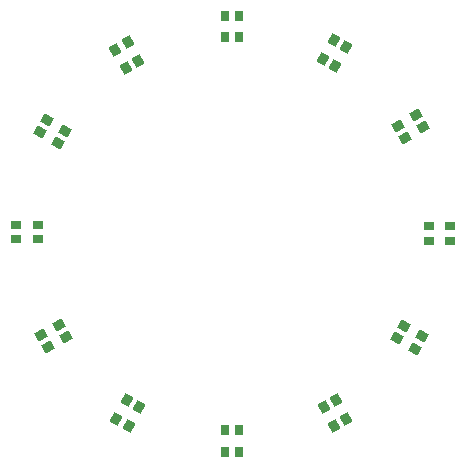
<source format=gtp>
G04*
G04 #@! TF.GenerationSoftware,Altium Limited,Altium Designer,18.1.9 (240)*
G04*
G04 Layer_Color=8421504*
%FSLAX25Y25*%
%MOIN*%
G70*
G01*
G75*
G04:AMPARAMS|DCode=13|XSize=35.43mil|YSize=31.5mil|CornerRadius=0mil|HoleSize=0mil|Usage=FLASHONLY|Rotation=60.000|XOffset=0mil|YOffset=0mil|HoleType=Round|Shape=Rectangle|*
%AMROTATEDRECTD13*
4,1,4,0.00478,-0.02322,-0.02250,-0.00747,-0.00478,0.02322,0.02250,0.00747,0.00478,-0.02322,0.0*
%
%ADD13ROTATEDRECTD13*%

%ADD14R,0.03543X0.03150*%
G04:AMPARAMS|DCode=15|XSize=35.43mil|YSize=31.5mil|CornerRadius=0mil|HoleSize=0mil|Usage=FLASHONLY|Rotation=330.000|XOffset=0mil|YOffset=0mil|HoleType=Round|Shape=Rectangle|*
%AMROTATEDRECTD15*
4,1,4,-0.02322,-0.00478,-0.00747,0.02250,0.02322,0.00478,0.00747,-0.02250,-0.02322,-0.00478,0.0*
%
%ADD15ROTATEDRECTD15*%

%ADD16R,0.03150X0.03543*%
G04:AMPARAMS|DCode=17|XSize=35.43mil|YSize=31.5mil|CornerRadius=0mil|HoleSize=0mil|Usage=FLASHONLY|Rotation=30.000|XOffset=0mil|YOffset=0mil|HoleType=Round|Shape=Rectangle|*
%AMROTATEDRECTD17*
4,1,4,-0.00747,-0.02250,-0.02322,0.00478,0.00747,0.02250,0.02322,-0.00478,-0.00747,-0.02250,0.0*
%
%ADD17ROTATEDRECTD17*%

G04:AMPARAMS|DCode=18|XSize=35.43mil|YSize=31.5mil|CornerRadius=0mil|HoleSize=0mil|Usage=FLASHONLY|Rotation=300.000|XOffset=0mil|YOffset=0mil|HoleType=Round|Shape=Rectangle|*
%AMROTATEDRECTD18*
4,1,4,-0.02250,0.00747,0.00478,0.02322,0.02250,-0.00747,-0.00478,-0.02322,-0.02250,0.00747,0.0*
%
%ADD18ROTATEDRECTD18*%

D13*
X138126Y263150D02*
D03*
X134583Y257013D02*
D03*
X142217Y260788D02*
D03*
X138674Y254650D02*
D03*
X69774Y134650D02*
D03*
X73317Y140787D02*
D03*
X65683Y137013D02*
D03*
X69226Y143150D02*
D03*
D14*
X176943Y201162D02*
D03*
X169857D02*
D03*
X176943Y196438D02*
D03*
X169857D02*
D03*
X32413Y196800D02*
D03*
X39500D02*
D03*
X32413Y201524D02*
D03*
X39500D02*
D03*
D15*
X167750Y164474D02*
D03*
X161612Y168017D02*
D03*
X165387Y160383D02*
D03*
X159250Y163926D02*
D03*
X40250Y232526D02*
D03*
X46387Y228983D02*
D03*
X42612Y236617D02*
D03*
X48750Y233074D02*
D03*
D16*
X106724Y126100D02*
D03*
Y133187D02*
D03*
X102000Y126100D02*
D03*
Y133187D02*
D03*
X102038Y271343D02*
D03*
Y264257D02*
D03*
X106762Y271343D02*
D03*
Y264257D02*
D03*
D17*
X165738Y238291D02*
D03*
X159601Y234748D02*
D03*
X168100Y234200D02*
D03*
X161963Y230657D02*
D03*
X42812Y160783D02*
D03*
X48950Y164326D02*
D03*
X40450Y164874D02*
D03*
X46587Y168417D02*
D03*
D18*
X142417Y137013D02*
D03*
X138874Y143150D02*
D03*
X138326Y134650D02*
D03*
X134783Y140787D02*
D03*
X65409Y260087D02*
D03*
X68952Y253950D02*
D03*
X69500Y262450D02*
D03*
X73043Y256312D02*
D03*
M02*

</source>
